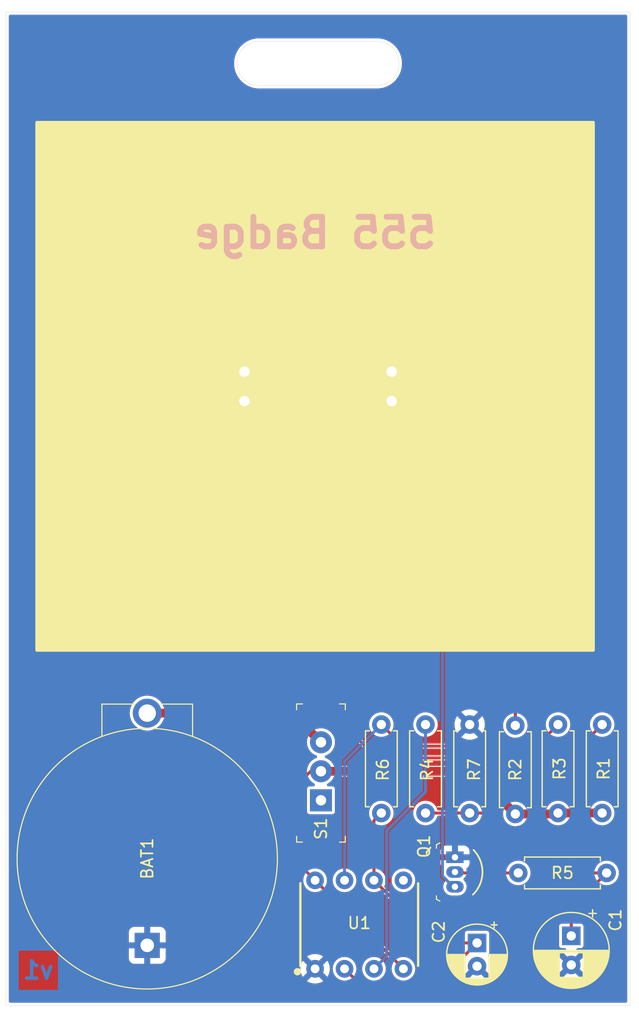
<source format=kicad_pcb>
(kicad_pcb (version 20211014) (generator pcbnew)
  (title_block (title "555 Badge") (rev "V1") (comment 2 "License: CC by 4.0") (comment 3 "Author: Glenn Lopez"))
  (layers (0 "F.Cu" signal) (31 "B.Cu" signal) (34 "B.Paste" user) (35 "F.Paste" user) (36 "B.SilkS" user "B.Silkscreen") (37 "F.SilkS" user "F.Silkscreen") (38 "B.Mask" user) (39 "F.Mask" user) (44 "Edge.Cuts" user))
  (net 0 "")
  (net 1 "GND")
  (net 2 "Net-(BAT1-PadPos)")
  (net 3 "Net-(C1-Pad1)")
  (net 4 "Net-(U1-Pad2)")
  (net 5 "Net-(D1-Pad1)")
  (net 6 "Net-(D1-Pad2)")
  (net 7 "Net-(D2-Pad2)")
  (net 8 "Net-(Q1-Pad2)")
  (net 9 "VCC")
  (net 10 "Net-(R3-Pad2)")
  (net 11 "Net-(R4-Pad1)")
  (footprint "Capacitor_THT:CP_Radial_D6.3mm_P2.50mm" (layer "F.Cu") (at 175.768 120.991621 -90)
    (fp_text reference "C1" (at -1.357621 -3.81 90) (layer "F.SilkS"))
    (fp_text value "100uF")
    (fp_line (start 2.451 -3.002) (end 2.451 -1.04) (layer "F.SilkS") (width 0.12))
    (fp_line (start 2.131 1.04) (end 2.131 3.11) (layer "F.SilkS") (width 0.12))
    (fp_line (start 4.411 -0.802) (end 4.411 0.802) (layer "F.SilkS") (width 0.12))
    (fp_line (start 2.651 -2.916) (end 2.651 -1.04) (layer "F.SilkS") (width 0.12))
    (fp_line (start 3.451 -2.38) (end 3.451 -1.04) (layer "F.SilkS") (width 0.12))
    (fp_line (start 1.93 1.04) (end 1.93 3.159) (layer "F.SilkS") (width 0.12))
    (fp_line (start 3.771 -2.044) (end 3.771 2.044) (layer "F.SilkS") (width 0.12))
    (fp_line (start 2.691 1.04) (end 2.691 2.896) (layer "F.SilkS") (width 0.12))
    (fp_line (start 3.051 1.04) (end 3.051 2.69) (layer "F.SilkS") (width 0.12))
    (fp_line (start 1.65 1.04) (end 1.65 3.206) (layer "F.SilkS") (width 0.12))
    (fp_line (start 2.411 1.04) (end 2.411 3.018) (layer "F.SilkS") (width 0.12))
    (fp_line (start 3.691 -2.137) (end 3.691 2.137) (layer "F.SilkS") (width 0.12))
    (fp_line (start 3.211 1.04) (end 3.211 2.578) (layer "F.SilkS") (width 0.12))
    (fp_line (start 4.331 -1.059) (end 4.331 1.059) (layer "F.SilkS") (width 0.12))
    (fp_line (start 1.85 1.04) (end 1.85 3.175) (layer "F.SilkS") (width 0.12))
    (fp_line (start 4.251 -1.262) (end 4.251 1.262) (layer "F.SilkS") (width 0.12))
    (fp_line (start 2.971 1.04) (end 2.971 2.742) (layer "F.SilkS") (width 0.12))
    (fp_line (start 1.93 -3.159) (end 1.93 -1.04) (layer "F.SilkS") (width 0.12))
    (fp_line (start 2.931 -2.766) (end 2.931 -1.04) (layer "F.SilkS") (width 0.12))
    (fp_line (start 2.371 1.04) (end 2.371 3.033) (layer "F.SilkS") (width 0.12))
    (fp_line (start 2.131 -3.11) (end 2.131 -1.04) (layer "F.SilkS") (width 0.12))
    (fp_line (start 3.371 1.04) (end 3.371 2.45) (layer "F.SilkS") (width 0.12))
    (fp_line (start 4.451 -0.633) (end 4.451 0.633) (layer "F.SilkS") (width 0.12))
    (fp_line (start 2.571 -2.952) (end 2.571 -1.04) (layer "F.SilkS") (width 0.12))
    (fp_line (start 3.531 1.04) (end 3.531 2.305) (layer "F.SilkS") (width 0.12))
    (fp_line (start 2.211 -3.086) (end 2.211 -1.04) (layer "F.SilkS") (width 0.12))
    (fp_line (start 1.61 -3.211) (end 1.61 -1.04) (layer "F.SilkS") (width 0.12))
    (fp_line (start 3.451 1.04) (end 3.451 2.38) (layer "F.SilkS") (width 0.12))
    (fp_line (start 3.011 -2.716) (end 3.011 -1.04) (layer "F.SilkS") (width 0.12))
    (fp_line (start 2.491 -2.986) (end 2.491 -1.04) (layer "F.SilkS") (width 0.12))
    (fp_line (start 2.331 1.04) (end 2.331 3.047) (layer "F.SilkS") (width 0.12))
    (fp_line (start 2.331 -3.047) (end 2.331 -1.04) (layer "F.SilkS") (width 0.12))
    (fp_line (start 1.81 1.04) (end 1.81 3.182) (layer "F.SilkS") (width 0.12))
    (fp_line (start 3.331 -2.484) (end 3.331 -1.04) (layer "F.SilkS") (width 0.12))
    (fp_line (start 1.49 -3.222) (end 1.49 -1.04) (layer "F.SilkS") (width 0.12))
    (fp_line (start 1.971 1.04) (end 1.971 3.15) (layer "F.SilkS") (width 0.12))
    (fp_line (start 2.891 -2.79) (end 2.891 -1.04) (layer "F.SilkS") (width 0.12))
    (fp_line (start 1.69 -3.201) (end 1.69 -1.04) (layer "F.SilkS") (width 0.12))
    (fp_line (start 3.251 -2.548) (end 3.251 -1.04) (layer "F.SilkS") (width 0.12))
    (fp_line (start 3.011 1.04) (end 3.011 2.716) (layer "F.SilkS") (width 0.12))
    (fp_line (start 1.73 -3.195) (end 1.73 -1.04) (layer "F.SilkS") (width 0.12))
    (fp_line (start -1.935241 -2.154) (end -1.935241 -1.524) (layer "F.SilkS") (width 0.12))
    (fp_line (start 3.091 1.04) (end 3.091 2.664) (layer "F.SilkS") (width 0.12))
    (fp_line (start 1.73 1.04) (end 1.73 3.195) (layer "F.SilkS") (width 0.12))
    (fp_line (start 2.451 1.04) (end 2.451 3.002) (layer "F.SilkS") (width 0.12))
    (fp_line (start 4.011 -1.714) (end 4.011 1.714) (layer "F.SilkS") (width 0.12))
    (fp_line (start 3.891 -1.89) (end 3.891 1.89) (layer "F.SilkS") (width 0.12))
    (fp_line (start 3.131 1.04) (end 3.131 2.636) (layer "F.SilkS") (width 0.12))
    (fp_line (start 1.29 -3.23) (end 1.29 3.23) (layer "F.SilkS") (width 0.12))
    (fp_line (start 1.45 -3.224) (end 1.45 3.224) (layer "F.SilkS") (width 0.12))
    (fp_line (start 2.211 1.04) (end 2.211 3.086) (layer "F.SilkS") (width 0.12))
    (fp_line (start 2.571 1.04) (end 2.571 2.952) (layer "F.SilkS") (width 0.12))
    (fp_line (start 2.171 1.04) (end 2.171 3.098) (layer "F.SilkS") (width 0.12))
    (fp_line (start 3.411 1.04) (end 3.411 2.416) (layer "F.SilkS") (width 0.12))
    (fp_line (start 1.33 -3.23) (end 1.33 3.23) (layer "F.SilkS") (width 0.12))
    (fp_line (start 3.651 -2.182) (end 3.651 2.182) (layer "F.SilkS") (width 0.12))
    (fp_line (start 4.051 -1.65) (end 4.051 1.65) (layer "F.SilkS") (width 0.12))
    (fp_line (start 1.57 -3.215) (end 1.57 -1.04) (layer "F.SilkS") (width 0.12))
    (fp_line (start 2.371 -3.033) (end 2.371 -1.04) (layer "F.SilkS") (width 0.12))
    (fp_line (start 2.531 -2.97) (end 2.531 -1.04) (layer "F.SilkS") (width 0.12))
    (fp_line (start 3.291 1.04) (end 3.291 2.516) (layer "F.SilkS") (width 0.12))
    (fp_line (start 3.811 -1.995) (end 3.811 1.995) (layer "F.SilkS") (width 0.12))
    (fp_line (start 1.53 -3.218) (end 1.53 -1.04) (layer "F.SilkS") (width 0.12))
    (fp_line (start 1.61 1.04) (end 1.61 3.211) (layer "F.SilkS") (width 0.12))
    (fp_line (start 2.171 -3.098) (end 2.171 -1.04) (layer "F.SilkS") (width 0.12))
    (fp_line (start 3.971 -1.776) (end 3.971 1.776) (layer "F.SilkS") (width 0.12))
    (fp_line (start 3.171 -2.607) (end 3.171 -1.04) (layer "F.SilkS") (width 0.12))
    (fp_line (start 4.211 -1.35) (end 4.211 1.35) (layer "F.SilkS") (width 0.12))
    (fp_line (start 2.731 -2.876) (end 2.731 -1.04) (layer "F.SilkS") (width 0.12))
    (fp_line (start 3.491 -2.343) (end 3.491 -1.04) (layer "F.SilkS") (width 0.12))
    (fp_line (start 2.291 1.04) (end 2.291 3.061) (layer "F.SilkS") (width 0.12))
    (fp_line (start 2.011 -3.141) (end 2.011 -1.04) (layer "F.SilkS") (width 0.12))
    (fp_line (start 1.971 -3.15) (end 1.971 -1.04) (layer "F.SilkS") (width 0.12))
    (fp_line (start 4.371 -0.94) (end 4.371 0.94) (layer "F.SilkS") (width 0.12))
    (fp_line (start 1.49 1.04) (end 1.49 3.222) (layer "F.SilkS") (width 0.12))
    (fp_line (start 2.931 1.04) (end 2.931 2.766) (layer "F.SilkS") (width 0.12))
    (fp_line (start 2.971 -2.742) (end 2.971 -1.04) (layer "F.SilkS") (width 0.12))
    (fp_line (start 3.411 -2.416) (end 3.411 -1.04) (layer "F.SilkS") (width 0.12))
    (fp_line (start 2.491 1.04) (end 2.491 2.986) (layer "F.SilkS") (width 0.12))
    (fp_line (start 2.051 -3.131) (end 2.051 -1.04) (layer "F.SilkS") (width 0.12))
    (fp_line (start 2.091 1.04) (end 2.091 3.121) (layer "F.SilkS") (width 0.12))
    (fp_line (start 3.531 -2.305) (end 3.531 -1.04) (layer "F.SilkS") (width 0.12))
    (fp_line (start 2.691 -2.896) (end 2.691 -1.04) (layer "F.SilkS") (width 0.12))
    (fp_line (start 2.811 1.04) (end 2.811 2.834) (layer "F.SilkS") (width 0.12))
    (fp_line (start 3.331 1.04) (end 3.331 2.484) (layer "F.SilkS") (width 0.12))
    (fp_line (start 2.891 1.04) (end 2.891 2.79) (layer "F.SilkS") (width 0.12))
    (fp_line (start 3.211 -2.578) (end 3.211 -1.04) (layer "F.SilkS") (width 0.12))
    (fp_line (start 3.931 -1.834) (end 3.931 1.834) (layer "F.SilkS") (width 0.12))
    (fp_line (start 1.41 -3.227) (end 1.41 3.227) (layer "F.SilkS") (width 0.12))
    (fp_line (start 1.53 1.04) (end 1.53 3.218) (layer "F.SilkS") (width 0.12))
    (fp_line (start 2.251 1.04) (end 2.251 3.074) (layer "F.SilkS") (width 0.12))
    (fp_line (start 1.77 1.04) (end 1.77 3.189) (layer "F.SilkS") (width 0.12))
    (fp_line (start 2.531 1.04) (end 2.531 2.97) (layer "F.SilkS") (width 0.12))
    (fp_line (start 3.251 1.04) (end 3.251 2.548) (layer "F.SilkS") (width 0.12))
    (fp_line (start 1.77 -3.189) (end 1.77 -1.04) (layer "F.SilkS") (width 0.12))
    (fp_line (start 2.291 -3.061) (end 2.291 -1.04) (layer "F.SilkS") (width 0.12))
    (fp_line (start 3.731 -2.092) (end 3.731 2.092) (layer "F.SilkS") (width 0.12))
    (fp_line (start 2.771 -2.856) (end 2.771 -1.04) (layer "F.SilkS") (width 0.12))
    (fp_line (start 3.131 -2.636) (end 3.131 -1.04) (layer "F.SilkS") (width 0.12))
    (fp_line (start 2.811 -2.834) (end 2.811 -1.04) (layer "F.SilkS") (width 0.12))
    (fp_line (start -2.250241 -1.839) (end -1.620241 -1.839) (layer "F.SilkS") (width 0.12))
    (fp_line (start 2.771 1.04) (end 2.771 2.856) (layer "F.SilkS") (width 0.12))
    (fp_line (start 1.65 -3.206) (end 1.65 -1.04) (layer "F.SilkS") (width 0.12))
    (fp_line (start 3.051 -2.69) (end 3.051 -1.04) (layer "F.SilkS") (width 0.12))
    (fp_line (start 2.011 1.04) (end 2.011 3.141) (layer "F.SilkS") (width 0.12))
    (fp_line (start 1.89 1.04) (end 1.89 3.167) (layer "F.SilkS") (width 0.12))
    (fp_line (start 2.651 1.04) (end 2.651 2.916) (layer "F.SilkS") (width 0.12))
    (fp_line (start 3.571 -2.265) (end 3.571 2.265) (layer "F.SilkS") (width 0.12))
    (fp_line (start 1.69 1.04) (end 1.69 3.201) (layer "F.SilkS") (width 0.12))
    (fp_line (start 1.57 1.04) (end 1.57 3.215) (layer "F.SilkS") (width 0.12))
    (fp_line (start 1.81 -3.182) (end 1.81 -1.04) (layer "F.SilkS") (width 0.12))
    (fp_line (start 3.491 1.04) (end 3.491 2.343) (layer "F.SilkS") (width 0.12))
    (fp_line (start 3.091 -2.664) (end 3.091 -1.04) (layer "F.SilkS") (width 0.12))
    (fp_line (start 3.371 -2.45) (end 3.371 -1.04) (layer "F.SilkS") (width 0.12))
    (fp_line (start 1.89 -3.167) (end 1.89 -1.04) (layer "F.SilkS") (width 0.12))
    (fp_line (start 3.171 1.04) (end 3.171 2.607) (layer "F.SilkS") (width 0.12))
    (fp_line (start 2.611 1.04) (end 2.611 2.934) (layer "F.SilkS") (width 0.12))
    (fp_line (start 2.251 -3.074) (end 2.251 -1.04) (layer "F.SilkS") (width 0.12))
    (fp_line (start 4.131 -1.509) (end 4.131 1.509) (layer "F.SilkS") (width 0.12))
    (fp_line (start 3.291 -2.516) (end 3.291 -1.04) (layer "F.SilkS") (width 0.12))
    (fp_line (start 1.37 -3.228) (end 1.37 3.228) (layer "F.SilkS") (width 0.12))
    (fp_line (start 4.491 -0.402) (end 4.491 0.402) (layer "F.SilkS") (width 0.12))
    (fp_line (start 2.731 1.04) (end 2.731 2.876) (layer "F.SilkS") (width 0.12))
    (fp_line (start 2.051 1.04) (end 2.051 3.131) (layer "F.SilkS") (width 0.12))
    (fp_line (start 1.85 -3.175) (end 1.85 -1.04) (layer "F.SilkS") (width 0.12))
    (fp_line (start 2.611 -2.934) (end 2.611 -1.04) (layer "F.SilkS") (width 0.12))
    (fp_line (start 4.171 -1.432) (end 4.171 1.432) (layer "F.SilkS") (width 0.12))
    (fp_line (start 2.411 -3.018) (end 2.411 -1.04) (layer "F.SilkS") (width 0.12))
    (fp_line (start 4.291 -1.165) (end 4.291 1.165) (layer "F.SilkS") (width 0.12))
    (fp_line (start 2.851 1.04) (end 2.851 2.812) (layer "F.SilkS") (width 0.12))
    (fp_line (start 1.25 -3.23) (end 1.25 3.23) (layer "F.SilkS") (width 0.12))
    (fp_line (start 3.851 -1.944) (end 3.851 1.944) (layer "F.SilkS") (width 0.12))
    (fp_line (start 3.611 -2.224) (end 3.611 2.224) (layer "F.SilkS") (width 0.12))
    (fp_line (start 2.091 -3.121) (end 2.091 -1.04) (layer "F.SilkS") (width 0.12))
    (fp_line (start 4.091 -1.581) (end 4.091 1.581) (layer "F.SilkS") (width 0.12))
    (fp_line (start 2.851 -2.812) (end 2.851 -1.04) (layer "F.SilkS") (width 0.12))
    (fp_circle (center 1.25 0) (end 4.52 0) (layer "F.SilkS") (width 0.12) (fill none))
    (pad "1" thru_hole rect (at 0 0 270) (size 1.6 1.6) (drill 0.8) (layers *.Cu *.Mask) (net 3 "Net-(C1-Pad1)"))
    (pad "2" thru_hole circle (at 2.5 0 270) (size 1.6 1.6) (drill 0.8) (layers *.Cu *.Mask) (net 1 "GND"))
  )
  (footprint "digikey-footprints:Battery_Holder_Coin_2032_BS-7" (layer "F.Cu") (at 139.192 121.8057 90)
    (fp_text reference "BAT1" (at 7.4676 0 90) (layer "F.SilkS"))
    (fp_text value "BS-7")
    (fp_line (start 20.7772 3.9116) (end 20.7772 1.0668) (layer "F.SilkS") (width 0.1))
    (fp_line (start 18.034 3.9116) (end 20.7772 3.9116) (layer "F.SilkS") (width 0.1))
    (fp_line (start 20.7772 -3.9116) (end 20.7772 -1.0668) (layer "F.SilkS") (width 0.1))
    (fp_line (start 18.034 -3.9116) (end 20.7772 -3.9116) (layer "F.SilkS") (width 0.1))
    (fp_circle (center 7.4676 0) (end -3.7592 0) (layer "F.SilkS") (width 0.1) (fill none))
    (pad "Neg" thru_hole rect locked (at 0 0 90) (size 2.17 2.17) (drill 1.17) (layers *.Cu *.Mask) (net 1 "GND"))
    (pad "Pos" thru_hole circle locked (at 20 0 90) (size 2.5 2.5) (drill 1.5) (layers *.Cu *.Mask) (net 2 "Net-(BAT1-PadPos)"))
  )
  (footprint "digikey-footprints:Switch_Slide_11.6x4mm_EG1218" (layer "F.Cu") (at 154.178 109.314 90)
    (fp_text reference "S1" (at -2.446 0 90) (layer "F.SilkS"))
    (fp_text value "EG1218")
    (fp_line (start -3.6 -2.1) (end -3.1 -2.1) (layer "F.SilkS") (width 0.1))
    (fp_line (start 8.3 -2.1) (end 8.3 -1.6) (layer "F.SilkS") (width 0.1))
    (fp_line (start -3.6 -2.1) (end -3.6 -1.6) (layer "F.SilkS") (width 0.1))
    (fp_line (start 8.3 2.1) (end 7.8 2.1) (layer "F.SilkS") (width 0.1))
    (fp_line (start 8.3 -2.1) (end 7.8 -2.1) (layer "F.SilkS") (width 0.1))
    (fp_line (start 8.3 2.1) (end 8.3 1.6) (layer "F.SilkS") (width 0.1))
    (fp_line (start -3.6 2.1) (end -3.1 2.1) (layer "F.SilkS") (width 0.1))
    (fp_line (start -3.6 2.1) (end -3.6 1.6) (layer "F.SilkS") (width 0.1))
    (pad "1" thru_hole rect locked (at 0 0 90) (size 1.9 1.9) (drill 0.9) (layers *.Cu *.Mask))
    (pad "2" thru_hole circle locked (at 2.5 0 90) (size 1.9 1.9) (drill 0.9) (layers *.Cu *.Mask) (net 9 "VCC"))
    (pad "3" thru_hole circle locked (at 5 0 90) (size 1.9 1.9) (drill 0.9) (layers *.Cu *.Mask) (net 2 "Net-(BAT1-PadPos)"))
  )
  (footprint "digikey-footprints:TO-92-3" (layer "F.Cu") (at 165.735 114.22 -90)
    (fp_text reference "Q1" (at -0.936 2.667 90) (layer "F.SilkS"))
    (fp_text value "2N3904")
    (fp_line (start 3.62 1.6) (end 3.77 1.3) (layer "F.SilkS") (width 0.1))
    (fp_line (start 3.62 1.6) (end 3.32 1.6) (layer "F.SilkS") (width 0.1))
    (fp_line (start -1.08 1.6) (end -1.23 1.3) (layer "F.SilkS") (width 0.1))
    (fp_line (start -0.78 1.6) (end -1.08 1.6) (layer "F.SilkS") (width 0.1))
    (fp_arc (start -0.63 -1.6) (mid 1.305355 -2.372361) (end 3.22 -1.55) (layer "F.SilkS") (width 0.15))
    (pad "1" thru_hole rect locked (at 0 0 90) (size 1 1.5) (drill 0.55) (layers *.Cu *.Mask) (net 1 "GND"))
    (pad "2" thru_hole oval locked (at 1.27 0 90) (size 1 1.5) (drill 0.55) (layers *.Cu *.Mask) (net 8 "Net-(Q1-Pad2)"))
    (pad "3" thru_hole oval locked (at 2.54 0 90) (size 1 1.5) (drill 0.55) (layers *.Cu *.Mask) (net 5 "Net-(D1-Pad1)"))
  )
  (footprint "Resistor_THT:R_Axial_DIN0207_L6.3mm_D2.5mm_P7.62mm_Horizontal" (layer "F.Cu") (at 170.942 102.87 -90)
    (fp_text reference "R2" (at 3.81 0 -270) (layer "F.SilkS"))
    (fp_text value "100")
    (fp_line (start 0.54 -1.04) (end 0.54 -1.37) (layer "F.SilkS") (width 0.12))
    (fp_line (start 7.08 -1.37) (end 7.08 -1.04) (layer "F.SilkS") (width 0.12))
    (fp_line (start 0.54 1.37) (end 7.08 1.37) (layer "F.SilkS") (width 0.12))
    (fp_line (start 0.54 -1.37) (end 7.08 -1.37) (layer "F.SilkS") (width 0.12))
    (fp_line (start 0.54 1.04) (end 0.54 1.37) (layer "F.SilkS") (width 0.12))
    (fp_line (start 7.08 1.37) (end 7.08 1.04) (layer "F.SilkS") (width 0.12))
    (pad "1" thru_hole circle (at 0 0 270) (size 1.6 1.6) (drill 0.8) (layers *.Cu *.Mask) (net 7 "Net-(D2-Pad2)"))
    (pad "2" thru_hole oval (at 7.62 0 270) (size 1.6 1.6) (drill 0.8) (layers *.Cu *.Mask) (net 9 "VCC"))
  )
  (footprint "555_Badge:ICM7555-PDIP" (layer "F.Cu") (at 157.48 120.015)
    (fp_text reference "U1" (at 0 -0.127 unlocked) (layer "F.SilkS"))
    (fp_text value "7555")
    (fp_line (start 5.08 3.556) (end 5.08 -3.556) (layer "F.SilkS") (width 0.2032))
    (fp_line (start -5.08 3.556) (end -5.08 -3.556) (layer "F.SilkS") (width 0.2032))
    (fp_circle (center -5.334 4.064) (end -5.08 4.064) (layer "F.SilkS") (width 0.12) (fill solid))
    (pad "1" thru_hole circle (at -3.81 3.81) (size 1.524 1.524) (drill 0.762) (layers *.Cu *.Mask) (net 1 "GND"))
    (pad "2" thru_hole circle (at -1.27 3.81) (size 1.524 1.524) (drill 0.762) (layers *.Cu *.Mask) (net 4 "Net-(U1-Pad2)"))
    (pad "3" thru_hole circle (at 1.27 3.81 90) (size 1.524 1.524) (drill 0.762) (layers *.Cu *.Mask) (net 11 "Net-(R4-Pad1)"))
    (pad "4" thru_hole circle (at 3.81 3.81 90) (size 1.524 1.524) (drill 0.762) (layers *.Cu *.Mask) (net 9 "VCC"))
    (pad "5" thru_hole circle (at 3.81 -3.81 90) (size 1.524 1.524) (drill 0.762) (layers *.Cu *.Mask))
    (pad "6" thru_hole circle (at 1.27 -3.81 90) (size 1.524 1.524) (drill 0.762) (layers *.Cu *.Mask) (net 4 "Net-(U1-Pad2)"))
    (pad "7" thru_hole circle (at -1.27 -3.81 90) (size 1.524 1.524) (drill 0.762) (layers *.Cu *.Mask) (net 10 "Net-(R3-Pad2)"))
    (pad "8" thru_hole circle (at -3.81 -3.81 90) (size 1.524 1.524) (drill 0.762) (layers *.Cu *.Mask) (net 9 "VCC"))
  )
  (footprint "LED_THT:LED_D3.0mm" (layer "F.Cu") (at 147.574 74.93 90)
    (fp_text reference "D1" (at 4.572 0 180) (layer "F.SilkS"))
    (fp_text value "RED")
    (fp_line (start -0.29 1.08) (end -0.29 1.236) (layer "F.SilkS") (width 0.12))
    (fp_line (start -0.29 -1.236) (end -0.29 -1.08) (layer "F.SilkS") (width 0.12))
    (fp_arc (start 2.942335 1.078608) (mid 1.366487 1.987659) (end -0.29 1.235516) (layer "F.SilkS") (width 0.12))
    (fp_arc (start -0.29 -1.235516) (mid 1.366487 -1.987659) (end 2.942335 -1.078608) (layer "F.SilkS") (width 0.12))
    (fp_arc (start 2.31113 1.079837) (mid 1.270117 1.5) (end 0.229039 1.08) (layer "F.SilkS") (width 0.12))
    (fp_arc (start 0.229039 -1.08) (mid 1.270117 -1.5) (end 2.31113 -1.079837) (layer "F.SilkS") (width 0.12))
    (pad "1" thru_hole rect (at 0 0 90) (size 1.8 1.8) (drill 0.9) (layers *.Cu *.Mask) (net 5 "Net-(D1-Pad1)"))
    (pad "2" thru_hole circle (at 2.54 0 90) (size 1.8 1.8) (drill 0.9) (layers *.Cu *.Mask) (net 6 "Net-(D1-Pad2)"))
  )
  (footprint "Capacitor_THT:CP_Radial_D5.0mm_P2.00mm" (layer "F.Cu") (at 167.64 121.599888 -90)
    (fp_text reference "C2" (at -0.949888 3.302 90) (layer "F.SilkS"))
    (fp_text value "10uF")
    (fp_line (start 1.6 -2.511) (end 1.6 -1.04) (layer "F.SilkS") (width 0.12))
    (fp_line (start 2.761 -1.901) (end 2.761 -1.04) (layer "F.SilkS") (width 0.12))
    (fp_line (start 2.441 -2.149) (end 2.441 -1.04) (layer "F.SilkS") (width 0.12))
    (fp_line (start 1.04 1.04) (end 1.04 2.58) (layer "F.SilkS") (width 0.12))
    (fp_line (start 1.52 -2.528) (end 1.52 -1.04) (layer "F.SilkS") (width 0.12))
    (fp_line (start 2.601 1.04) (end 2.601 2.035) (layer "F.SilkS") (width 0.12))
    (fp_line (start 3.161 -1.443) (end 3.161 1.443) (layer "F.SilkS") (width 0.12))
    (fp_line (start 3.121 -1.5) (end 3.121 1.5) (layer "F.SilkS") (width 0.12))
    (fp_line (start 3.001 1.04) (end 3.001 1.653) (layer "F.SilkS") (width 0.12))
    (fp_line (start 2.561 -2.065) (end 2.561 -1.04) (layer "F.SilkS") (width 0.12))
    (fp_line (start 2.921 -1.743) (end 2.921 -1.04) (layer "F.SilkS") (width 0.12))
    (fp_line (start 2.521 1.04) (end 2.521 2.095) (layer "F.SilkS") (width 0.12))
    (fp_line (start 2.761 1.04) (end 2.761 1.901) (layer "F.SilkS") (width 0.12))
    (fp_line (start 2.881 1.04) (end 2.881 1.785) (layer "F.SilkS") (width 0.12))
    (fp_line (start 2.001 1.04) (end 2.001 2.382) (layer "F.SilkS") (width 0.12))
    (fp_line (start 1.04 -2.58) (end 1.04 -1.04) (layer "F.SilkS") (width 0.12))
    (fp_line (start 1.801 1.04) (end 1.801 2.455) (layer "F.SilkS") (width 0.12))
    (fp_line (start 1.841 -2.442) (end 1.841 -1.04) (layer "F.SilkS") (width 0.12))
    (fp_line (start 3.001 -1.653) (end 3.001 -1.04) (layer "F.SilkS") (width 0.12))
    (fp_line (start 2.121 -2.329) (end 2.121 -1.04) (layer "F.SilkS") (width 0.12))
    (fp_line (start 1.841 1.04) (end 1.841 2.442) (layer "F.SilkS") (width 0.12))
    (fp_line (start 1.24 -2.569) (end 1.24 -1.04) (layer "F.SilkS") (width 0.12))
    (fp_line (start 1 1.04) (end 1 2.58) (layer "F.SilkS") (width 0.12))
    (fp_line (start 2.321 1.04) (end 2.321 2.224) (layer "F.SilkS") (width 0.12))
    (fp_line (start 2.481 1.04) (end 2.481 2.122) (layer "F.SilkS") (width 0.12))
    (fp_line (start 2.081 -2.348) (end 2.081 -1.04) (layer "F.SilkS") (width 0.12))
    (fp_line (start 3.481 -0.805) (end 3.481 0.805) (layer "F.SilkS") (width 0.12))
    (fp_line (start 1.24 1.04) (end 1.24 2.569) (layer "F.SilkS") (width 0.12))
    (fp_line (start 3.521 -0.677) (end 3.521 0.677) (layer "F.SilkS") (width 0.12))
    (fp_line (start 1.56 1.04) (end 1.56 2.52) (layer "F.SilkS") (width 0.12))
    (fp_line (start 1.2 1.04) (end 1.2 2.573) (layer "F.SilkS") (width 0.12))
    (fp_line (start 1.68 -2.491) (end 1.68 -1.04) (layer "F.SilkS") (width 0.12))
    (fp_line (start 2.481 -2.122) (end 2.481 -1.04) (layer "F.SilkS") (width 0.12))
    (fp_line (start 1.6 1.04) (end 1.6 2.511) (layer "F.SilkS") (width 0.12))
    (fp_line (start 2.001 -2.382) (end 2.001 -1.04) (layer "F.SilkS") (width 0.12))
    (fp_line (start 2.201 1.04) (end 2.201 2.29) (layer "F.SilkS") (width 0.12))
    (fp_line (start 1.721 1.04) (end 1.721 2.48) (layer "F.SilkS") (width 0.12))
    (fp_line (start 1.4 -2.55) (end 1.4 -1.04) (layer "F.SilkS") (width 0.12))
    (fp_line (start 3.401 -1.011) (end 3.401 1.011) (layer "F.SilkS") (width 0.12))
    (fp_line (start 1.32 -2.561) (end 1.32 -1.04) (layer "F.SilkS") (width 0.12))
    (fp_line (start 2.721 -1.937) (end 2.721 -1.04) (layer "F.SilkS") (width 0.12))
    (fp_line (start 2.961 -1.699) (end 2.961 -1.04) (layer "F.SilkS") (width 0.12))
    (fp_line (start 1.64 1.04) (end 1.64 2.501) (layer "F.SilkS") (width 0.12))
    (fp_line (start 3.281 -1.251) (end 3.281 1.251) (layer "F.SilkS") (width 0.12))
    (fp_line (start 3.601 -0.284) (end 3.601 0.284) (layer "F.SilkS") (width 0.12))
    (fp_line (start 1.36 -2.556) (end 1.36 -1.04) (layer "F.SilkS") (width 0.12))
    (fp_line (start 1.44 -2.543) (end 1.44 -1.04) (layer "F.SilkS") (width 0.12))
    (fp_line (start 2.681 -1.971) (end 2.681 -1.04) (layer "F.SilkS") (width 0.12))
    (fp_line (start 2.281 1.04) (end 2.281 2.247) (layer "F.SilkS") (width 0.12))
    (fp_line (start 1.68 1.04) (end 1.68 2.491) (layer "F.SilkS") (width 0.12))
    (fp_line (start 3.241 -1.319) (end 3.241 1.319) (layer "F.SilkS") (width 0.12))
    (fp_line (start 1 -2.58) (end 1 -1.04) (layer "F.SilkS") (width 0.12))
    (fp_line (start 2.161 1.04) (end 2.161 2.31) (layer "F.SilkS") (width 0.12))
    (fp_line (start 2.041 1.04) (end 2.041 2.365) (layer "F.SilkS") (width 0.12))
    (fp_line (start 2.281 -2.247) (end 2.281 -1.04) (layer "F.SilkS") (width 0.12))
    (fp_line (start 2.161 -2.31) (end 2.161 -1.04) (layer "F.SilkS") (width 0.12))
    (fp_line (start 2.881 -1.785) (end 2.881 -1.04) (layer "F.SilkS") (width 0.12))
    (fp_line (start 1.64 -2.501) (end 1.64 -1.04) (layer "F.SilkS") (width 0.12))
    (fp_line (start 1.56 -2.52) (end 1.56 -1.04) (layer "F.SilkS") (width 0.12))
    (fp_line (start 2.801 1.04) (end 2.801 1.864) (layer "F.SilkS") (width 0.12))
    (fp_line (start 2.241 1.04) (end 2.241 2.268) (layer "F.SilkS") (width 0.12))
    (fp_line (start 1.961 -2.398) (end 1.961 -1.04) (layer "F.SilkS") (width 0.12))
    (fp_line (start -1.554775 -1.725) (end -1.554775 -1.225) (layer "F.SilkS") (width 0.12))
    (fp_line (start 2.681 1.04) (end 2.681 1.971) (layer "F.SilkS") (width 0.12))
    (fp_line (start 2.081 1.04) (end 2.081 2.348) (layer "F.SilkS") (width 0.12))
    (fp_line (start 3.361 -1.098) (end 3.361 1.098) (layer "F.SilkS") (width 0.12))
    (fp_line (start 2.361 1.04) (end 2.361 2.2) (layer "F.SilkS") (width 0.12))
    (fp_line (start 1.4 1.04) (end 1.4 2.55) (layer "F.SilkS") (width 0.12))
    (fp_line (start 2.641 -2.004) (end 2.641 -1.04) (layer "F.SilkS") (width 0.12))
    (fp_line (start 1.44 1.04) (end 1.44 2.543) (layer "F.SilkS") (width 0.12))
    (fp_line (start 1.2 -2.573) (end 1.2 -1.04) (layer "F.SilkS") (width 0.12))
    (fp_line (start 3.321 -1.178) (end 3.321 1.178) (layer "F.SilkS") (width 0.12))
    (fp_line (start 1.721 -2.48) (end 1.721 -1.04) (layer "F.SilkS") (width 0.12))
    (fp_line (start 2.601 -2.035) (end 2.601 -1.04) (layer "F.SilkS") (width 0.12))
    (fp_line (start 2.561 1.04) (end 2.561 2.065) (layer "F.SilkS") (width 0.12))
    (fp_line (start 1.48 1.04) (end 1.48 2.536) (layer "F.SilkS") (width 0.12))
    (fp_line (start 1.801 -2.455) (end 1.801 -1.04) (layer "F.SilkS") (width 0.12))
    (fp_line (start 2.521 -2.095) (end 2.521 -1.04) (layer "F.SilkS") (width 0.12))
    (fp_line (start 1.761 1.04) (end 1.761 2.468) (layer "F.SilkS") (width 0.12))
    (fp_line (start 2.321 -2.224) (end 2.321 -1.04) (layer "F.SilkS") (width 0.12))
    (fp_line (start 1.881 1.04) (end 1.881 2.428) (layer "F.SilkS") (width 0.12))
    (fp_line (start 1.921 1.04) (end 1.921 2.414) (layer "F.SilkS") (width 0.12))
    (fp_line (start 3.081 -1.554) (end 3.081 1.554) (layer "F.SilkS") (width 0.12))
    (fp_line (start 2.801 -1.864) (end 2.801 -1.04) (layer "F.SilkS") (width 0.12))
    (fp_line (start 2.921 1.04) (end 2.921 1.743) (layer "F.SilkS") (width 0.12))
    (fp_line (start 2.641 1.04) (end 2.641 2.004) (layer "F.SilkS") (width 0.12))
    (fp_line (start 2.401 -2.175) (end 2.401 -1.04) (layer "F.SilkS") (width 0.12))
    (fp_line (start 1.28 -2.565) (end 1.28 -1.04) (layer "F.SilkS") (width 0.12))
    (fp_line (start 3.041 -1.605) (end 3.041 1.605) (layer "F.SilkS") (width 0.12))
    (fp_line (start 3.441 -0.915) (end 3.441 0.915) (layer "F.SilkS") (width 0.12))
    (fp_line (start 1.16 1.04) (end 1.16 2.576) (layer "F.SilkS") (width 0.12))
    (fp_line (start 3.201 -1.383) (end 3.201 1.383) (layer "F.SilkS") (width 0.12))
    (fp_line (start 3.561 -0.518) (end 3.561 0.518) (layer "F.SilkS") (width 0.12))
    (fp_line (start 1.48 -2.536) (end 1.48 -1.04) (layer "F.SilkS") (width 0.12))
    (fp_line (start 2.041 -2.365) (end 2.041 -1.04) (layer "F.SilkS") (width 0.12))
    (fp_line (start 2.721 1.04) (end 2.721 1.937) (layer "F.SilkS") (width 0.12))
    (fp_line (start 1.12 1.04) (end 1.12 2.578) (layer "F.SilkS") (width 0.12))
    (fp_line (start 2.201 -2.29) (end 2.201 -1.04) (layer "F.SilkS") (width 0.12))
    (fp_line (start 2.841 1.04) (end 2.841 1.826) (layer "F.SilkS") (width 0.12))
    (fp_line (start 2.961 1.04) (end 2.961 1.699) (layer "F.SilkS") (width 0.12))
    (fp_line (start 1.961 1.04) (end 1.961 2.398) (layer "F.SilkS") (width 0.12))
    (fp_line (start 2.841 -1.826) (end 2.841 -1.04) (layer "F.SilkS") (width 0.12))
    (fp_line (start 2.241 -2.268) (end 2.241 -1.04) (layer "F.SilkS") (width 0.12))
    (fp_line (start 1.16 -2.576) (end 1.16 -1.04) (layer "F.SilkS") (width 0.12))
    (fp_line (start 1.28 1.04) (end 1.28 2.565) (layer "F.SilkS") (width 0.12))
    (fp_line (start 2.121 1.04) (end 2.121 2.329) (layer "F.SilkS") (width 0.12))
    (fp_line (start 1.921 -2.414) (end 1.921 -1.04) (layer "F.SilkS") (width 0.12))
    (fp_line (start -1.804775 -1.475) (end -1.304775 -1.475) (layer "F.SilkS") (width 0.12))
    (fp_line (start 1.52 1.04) (end 1.52 2.528) (layer "F.SilkS") (width 0.12))
    (fp_line (start 2.441 1.04) (end 2.441 2.149) (layer "F.SilkS") (width 0.12))
    (fp_line (start 1.12 -2.578) (end 1.12 -1.04) (layer "F.SilkS") (width 0.12))
    (fp_line (start 2.361 -2.2) (end 2.361 -1.04) (layer "F.SilkS") (width 0.12))
    (fp_line (start 1.08 1.04) (end 1.08 2.579) (layer "F.SilkS") (width 0.12))
    (fp_line (start 1.36 1.04) (end 1.36 2.556) (layer "F.SilkS") (width 0.12))
    (fp_line (start 1.881 -2.428) (end 1.881 -1.04) (layer "F.SilkS") (width 0.12))
    (fp_line (start 1.32 1.04) (end 1.32 2.561) (layer "F.SilkS") (width 0.12))
    (fp_line (start 1.08 -2.579) (end 1.08 -1.04) (layer "F.SilkS") (width 0.12))
    (fp_line (start 2.401 1.04) (end 2.401 2.175) (layer "F.SilkS") (width 0.12))
    (fp_line (start 1.761 -2.468) (end 1.761 -1.04) (layer "F.SilkS") (width 0.12))
    (fp_circle (center 1 0) (end 3.62 0) (layer "F.SilkS") (width 0.12) (fill none))
    (pad "1" thru_hole rect (at 0 0 270) (size 1.6 1.6) (drill 0.8) (layers *.Cu *.Mask) (net 4 "Net-(U1-Pad2)"))
    (pad "2" thru_hole circle (at 2 0 270) (size 1.6 1.6) (drill 0.8) (layers *.Cu *.Mask) (net 1 "GND"))
  )
  (footprint "Resistor_THT:R_Axial_DIN0207_L6.3mm_D2.5mm_P7.62mm_Horizontal" (layer "F.Cu") (at 171.196 115.57)
    (fp_text reference "R5" (at 3.81 0) (layer "F.SilkS"))
    (fp_text value "10k")
    (fp_line (start 7.08 1.37) (end 7.08 1.04) (layer "F.SilkS") (width 0.12))
    (fp_line (start 7.08 -1.37) (end 7.08 -1.04) (layer "F.SilkS") (width 0.12))
    (fp_line (start 0.54 1.04) (end 0.54 1.37) (layer "F.SilkS") (width 0.12))
    (fp_line (start 0.54 -1.04) (end 0.54 -1.37) (layer "F.SilkS") (width 0.12))
    (fp_line (start 0.54 -1.37) (end 7.08 -1.37) (layer "F.SilkS") (width 0.12))
    (fp_line (start 0.54 1.37) (end 7.08 1.37) (layer "F.SilkS") (width 0.12))
    (pad "1" thru_hole circle (at 0 0) (size 1.6 1.6) (drill 0.8) (layers *.Cu *.Mask) (net 8 "Net-(Q1-Pad2)"))
    (pad "2" thru_hole oval (at 7.62 0) (size 1.6 1.6) (drill 0.8) (layers *.Cu *.Mask) (net 3 "Net-(C1-Pad1)"))
  )
  (footprint "Resistor_THT:R_Axial_DIN0207_L6.3mm_D2.5mm_P7.62mm_Horizontal" (layer "F.Cu") (at 167.005 102.79 -90)
    (fp_text reference "R7" (at 3.89 -0.381 90) (layer "F.SilkS"))
    (fp_text value "100k")
    (fp_line (start 7.08 1.37) (end 7.08 1.04) (layer "F.SilkS") (width 0.12))
    (fp_line (start 7.08 -1.37) (end 7.08 -1.04) (layer "F.SilkS") (width 0.12))
    (fp_line (start 0.54 1.37) (end 7.08 1.37) (layer "F.SilkS") (width 0.12))
    (fp_line (start 0.54 -1.37) (end 7.08 -1.37) (layer "F.SilkS") (width 0.12))
    (fp_line (start 0.54 -1.04) (end 0.54 -1.37) (layer "F.SilkS") (width 0.12))
    (fp_line (start 0.54 1.04) (end 0.54 1.37) (layer "F.SilkS") (width 0.12))
    (pad "1" thru_hole circle (at 0 0 270) (size 1.6 1.6) (drill 0.8) (layers *.Cu *.Mask) (net 1 "GND"))
    (pad "2" thru_hole oval (at 7.62 0 270) (size 1.6 1.6) (drill 0.8) (layers *.Cu *.Mask) (net 3 "Net-(C1-Pad1)"))
  )
  (footprint "Resistor_THT:R_Axial_DIN0207_L6.3mm_D2.5mm_P7.62mm_Horizontal" (layer "F.Cu") (at 178.435 102.79 -90)
    (fp_text reference "R1" (at 3.81 -0.127 90) (layer "F.SilkS"))
    (fp_text value "100")
    (fp_line (start 7.08 -1.37) (end 7.08 -1.04) (layer "F.SilkS") (width 0.12))
    (fp_line (start 0.54 -1.37) (end 7.08 -1.37) (layer "F.SilkS") (width 0.12))
    (fp_line (start 0.54 1.37) (end 7.08 1.37) (layer "F.SilkS") (width 0.12))
    (fp_line (start 0.54 1.04) (end 0.54 1.37) (layer "F.SilkS") (width 0.12))
    (fp_line (start 7.08 1.37) (end 7.08 1.04) (layer "F.SilkS") (width 0.12))
    (fp_line (start 0.54 -1.04) (end 0.54 -1.37) (layer "F.SilkS") (width 0.12))
    (pad "1" thru_hole circle (at 0 0 270) (size 1.6 1.6) (drill 0.8) (layers *.Cu *.Mask) (net 6 "Net-(D1-Pad2)"))
    (pad "2" thru_hole oval (at 7.62 0 270) (size 1.6 1.6) (drill 0.8) (layers *.Cu *.Mask) (net 9 "VCC"))
  )
  (footprint "Resistor_THT:R_Axial_DIN0207_L6.3mm_D2.5mm_P7.62mm_Horizontal" (layer "F.Cu") (at 159.385 102.79 -90)
    (fp_text reference "R6" (at 3.89 -0.127 90) (layer "F.SilkS"))
    (fp_text value "330k")
    (fp_line (start 0.54 1.04) (end 0.54 1.37) (layer "F.SilkS") (width 0.12))
    (fp_line (start 0.54 -1.37) (end 7.08 -1.37) (layer "F.SilkS") (width 0.12))
    (fp_line (start 7.08 -1.37) (end 7.08 -1.04) (layer "F.SilkS") (width 0.12))
    (fp_line (start 7.08 1.37) (end 7.08 1.04) (layer "F.SilkS") (width 0.12))
    (fp_line (start 0.54 1.37) (end 7.08 1.37) (layer "F.SilkS") (width 0.12))
    (fp_line (start 0.54 -1.04) (end 0.54 -1.37) (layer "F.SilkS") (width 0.12))
    (pad "1" thru_hole circle (at 0 0 270) (size 1.6 1.6) (drill 0.8) (layers *.Cu *.Mask) (net 10 "Net-(R3-Pad2)"))
    (pad "2" thru_hole oval (at 7.62 0 270) (size 1.6 1.6) (drill 0.8) (layers *.Cu *.Mask) (net 4 "Net-(U1-Pad2)"))
  )
  (footprint "LED_THT:LED_D3.0mm" (layer "F.Cu") (at 160.274 74.93 90)
    (fp_text reference "D2" (at 4.572 -0.254 180) (layer "F.SilkS"))
    (fp_text value "RED")
    (fp_line (start -0.29 1.08) (end -0.29 1.236) (layer "F.SilkS") (width 0.12))
    (fp_line (start -0.29 -1.236) (end -0.29 -1.08) (layer "F.SilkS") (width 0.12))
    (fp_arc (start 2.942335 1.078608) (mid 1.366487 1.987659) (end -0.29 1.235516) (layer "F.SilkS") (width 0.12))
    (fp_arc (start -0.29 -1.235516) (mid 1.366487 -1.987659) (end 2.942335 -1.078608) (layer "F.SilkS") (width 0.12))
    (fp_arc (start 0.229039 -1.08) (mid 1.270117 -1.5) (end 2.31113 -1.079837) (layer "F.SilkS") (width 0.12))
    (fp_arc (start 2.31113 1.079837) (mid 1.270117 1.5) (end 0.229039 1.08) (layer "F.SilkS") (width 0.12))
    (pad "1" thru_hole rect (at 0 0 90) (size 1.8 1.8) (drill 0.9) (layers *.Cu *.Mask) (net 5 "Net-(D1-Pad1)"))
    (pad "2" thru_hole circle (at 2.54 0 90) (size 1.8 1.8) (drill 0.9) (layers *.Cu *.Mask) (net 7 "Net-(D2-Pad2)"))
  )
  (footprint "Resistor_THT:R_Axial_DIN0207_L6.3mm_D2.5mm_P7.62mm_Horizontal" (layer "F.Cu") (at 174.625 110.41 90)
    (fp_text reference "R3" (at 3.81 0.127 90) (layer "F.SilkS"))
    (fp_text value "22k")
    (fp_line (start 0.54 1.37) (end 7.08 1.37) (layer "F.SilkS") (width 0.12))
    (fp_line (start 7.08 -1.37) (end 7.08 -1.04) (layer "F.SilkS") (width 0.12))
    (fp_line (start 0.54 -1.37) (end 7.08 -1.37) (layer "F.SilkS") (width 0.12))
    (fp_line (start 0.54 -1.04) (end 0.54 -1.37) (layer "F.SilkS") (width 0.12))
    (fp_line (start 7.08 1.37) (end 7.08 1.04) (layer "F.SilkS") (width 0.12))
    (fp_line (start 0.54 1.04) (end 0.54 1.37) (layer "F.SilkS") (width 0.12))
    (pad "1" thru_hole circle (at 0 0 90) (size 1.6 1.6) (drill 0.8) (layers *.Cu *.Mask) (net 9 "VCC"))
    (pad "2" thru_hole oval (at 7.62 0 90) (size 1.6 1.6) (drill 0.8) (layers *.Cu *.Mask) (net 10 "Net-(R3-Pad2)"))
  )
  (footprint "Resistor_THT:R_Axial_DIN0207_L6.3mm_D2.5mm_P7.62mm_Horizontal" (layer "F.Cu") (at 163.195 102.79 -90)
    (fp_text reference "R4" (at 3.89 -0.127 90) (layer "F.SilkS"))
    (fp_text value "22k")
    (fp_line (start 7.08 1.37) (end 7.08 1.04) (layer "F.SilkS") (width 0.12))
    (fp_line (start 0.54 -1.37) (end 7.08 -1.37) (layer "F.SilkS") (width 0.12))
    (fp_line (start 0.54 -1.04) (end 0.54 -1.37) (layer "F.SilkS") (width 0.12))
    (fp_line (start 0.54 1.37) (end 7.08 1.37) (layer "F.SilkS") (width 0.12))
    (fp_line (start 7.08 -1.37) (end 7.08 -1.04) (layer "F.SilkS") (width 0.12))
    (fp_line (start 0.54 1.04) (end 0.54 1.37) (layer "F.SilkS") (width 0.12))
    (pad "1" thru_hole circle (at 0 0 270) (size 1.6 1.6) (drill 0.8) (layers *.Cu *.Mask) (net 11 "Net-(R4-Pad1)"))
    (pad "2" thru_hole oval (at 7.62 0 270) (size 1.6 1.6) (drill 0.8) (layers *.Cu *.Mask) (net 3 "Net-(C1-Pad1)"))
  )
  (gr_arc (start 159.004 43.942) (mid 160.909 45.847) (end 159.004 47.752) (layer "Edge.Cuts") (width 0.0254))
  (gr_line (start 148.844 43.942) (end 159.004 43.942) (layer "Edge.Cuts") (width 0.0254))
  (gr_line (start 127 127) (end 180.848 127) (layer "Edge.Cuts") (width 0.0254))
  (gr_line (start 127 41.402) (end 127 127) (layer "Edge.Cuts") (width 0.0254))
  (gr_line (start 127 41.402) (end 180.848 41.402) (layer "Edge.Cuts") (width 0.0254))
  (gr_line (start 180.848 127) (end 180.848 41.402) (layer "Edge.Cuts") (width 0.0254))
  (gr_line (start 148.844 47.752) (end 159.004 47.752) (layer "Edge.Cuts") (width 0.0254))
  (gr_arc (start 148.844 47.752) (mid 146.939 45.847) (end 148.844 43.942) (layer "Edge.Cuts") (width 0.0254))
  (gr_text "v1" (at 129.794 123.952) (layer "B.Cu") (effects (font (size 1.5 1.5) (thickness 0.3)) (justify mirror)))
  (gr_text "555 Badge" (at 153.67 60.452) (layer "B.SilkS") (effects (font (size 2.54 2.54) (thickness 0.508)) (justify mirror)))
  (segment (start 151.6697 101.8057) (end 154.178 104.314) (width 0.762) (layer "F.Cu") (net 2))
  (segment (start 139.192 101.8057) (end 151.6697 101.8057) (width 0.762) (layer "F.Cu") (net 2))
  (segment (start 175.768 120.991621) (end 175.768 118.618) (width 0.254) (layer "F.Cu") (net 3))
  (segment (start 163.195 110.41) (end 167.005 110.41) (width 0.254) (layer "F.Cu") (net 3))
  (segment (start 168.576 110.41) (end 173.736 115.57) (width 0.254) (layer "F.Cu") (net 3))
  (segment (start 167.005 110.41) (end 168.576 110.41) (width 0.254) (layer "F.Cu") (net 3))
  (segment (start 173.736 115.57) (end 178.816 115.57) (width 0.254) (layer "F.Cu") (net 3))
  (segment (start 175.768 118.618) (end 178.816 115.57) (width 0.254) (layer "F.Cu") (net 3))
  (segment (start 156.21 123.825) (end 158.115 125.73) (width 0.254) (layer "F.Cu") (net 4))
  (segment (start 158.115 125.73) (end 163.509888 125.73) (width 0.254) (layer "F.Cu") (net 4))
  (segment (start 163.509888 125.73) (end 167.64 121.599888) (width 0.254) (layer "F.Cu") (net 4))
  (segment (start 158.75 116.205) (end 164.144888 121.599888) (width 0.254) (layer "F.Cu") (net 4))
  (segment (start 158.75 116.205) (end 158.75 111.045) (width 0.254) (layer "F.Cu") (net 4))
  (segment (start 158.75 111.045) (end 159.385 110.41) (width 0.254) (layer "F.Cu") (net 4))
  (segment (start 164.144888 121.599888) (end 167.64 121.599888) (width 0.254) (layer "F.Cu") (net 4))
  (segment (start 147.574 74.93) (end 160.274 74.93) (width 0.254) (layer "F.Cu") (net 5))
  (segment (start 164.65848 79.31448) (end 164.65848 115.832355) (width 0.254) (layer "B.Cu") (net 5))
  (segment (start 160.274 74.93) (end 164.65848 79.31448) (width 0.254) (layer "B.Cu") (net 5))
  (segment (start 164.65848 115.832355) (end 165.586125 116.76) (width 0.254) (layer "B.Cu") (net 5))
  (segment (start 165.586125 116.76) (end 165.735 116.76) (width 0.254) (layer "B.Cu") (net 5))
  (segment (start 146.347489 93.007489) (end 146.347489 73.616511) (width 0.254) (layer "F.Cu") (net 6))
  (segment (start 148.035 72.39) (end 147.574 72.39) (width 0.254) (layer "F.Cu") (net 6))
  (segment (start 159.004 105.664) (end 146.347489 93.007489) (width 0.254) (layer "F.Cu") (net 6))
  (segment (start 146.347489 73.616511) (end 147.574 72.39) (width 0.254) (layer "F.Cu") (net 6))
  (segment (start 175.561 105.664) (end 159.004 105.664) (width 0.254) (layer "F.Cu") (net 6))
  (segment (start 178.435 102.79) (end 175.561 105.664) (width 0.254) (layer "F.Cu") (net 6))
  (segment (start 170.942 83.058) (end 160.274 72.39) (width 0.254) (layer "F.Cu") (net 7))
  (segment (start 170.942 102.87) (end 170.942 83.058) (width 0.254) (layer "F.Cu") (net 7))
  (segment (start 165.815 115.57) (end 165.735 115.49) (width 0.254) (layer "F.Cu") (net 8))
  (segment (start 171.196 115.57) (end 165.815 115.57) (width 0.254) (layer "F.Cu") (net 8))
  (segment (start 154.178 106.814) (end 153.282 106.814) (width 0.254) (layer "F.Cu") (net 9))
  (segment (start 154.178 106.814) (end 167.266 106.814) (width 0.762) (layer "F.Cu") (net 9))
  (segment (start 152.146 114.681) (end 153.67 116.205) (width 0.254) (layer "F.Cu") (net 9))
  (segment (start 153.282 106.814) (end 152.146 107.95) (width 0.254) (layer "F.Cu") (net 9))
  (segment (start 174.545 110.49) (end 174.625 110.41) (width 0.762) (layer "F.Cu") (net 9))
  (segment (start 170.942 110.49) (end 174.545 110.49) (width 0.762) (layer "F.Cu") (net 9))
  (segment (start 153.67 116.205) (end 161.29 123.825) (width 0.254) (layer "F.Cu") (net 9))
  (segment (start 152.146 107.95) (end 152.146 114.681) (width 0.254) (layer "F.Cu") (net 9))
  (segment (start 178.435 110.41) (end 174.625 110.41) (width 0.762) (layer "F.Cu") (net 9))
  (segment (start 167.266 106.814) (end 170.942 110.49) (width 0.762) (layer "F.Cu") (net 9))
  (segment (start 161.243 104.648) (end 159.385 102.79) (width 0.254) (layer "F.Cu") (net 10))
  (segment (start 172.767 104.648) (end 161.243 104.648) (width 0.254) (layer "F.Cu") (net 10))
  (segment (start 174.625 102.79) (end 172.767 104.648) (width 0.254) (layer "F.Cu") (net 10))
  (segment (start 156.21 105.965) (end 159.385 102.79) (width 0.254) (layer "B.Cu") (net 10))
  (segment (start 156.21 116.205) (end 156.21 105.965) (width 0.254) (layer "B.Cu") (net 10))
  (segment (start 159.838511 111.941489) (end 163.195 108.585) (width 0.254) (layer "B.Cu") (net 11))
  (segment (start 163.195 108.585) (end 163.195 102.79) (width 0.254) (layer "B.Cu") (net 11))
  (segment (start 158.75 123.825) (end 159.838511 122.736489) (width 0.254) (layer "B.Cu") (net 11))
  (segment (start 159.838511 122.736489) (end 159.838511 111.941489) (width 0.254) (layer "B.Cu") (net 11))
  (zone (net 1) (net_name "GND") (layer "F.Cu") (connect_pads (clearance 0.254)) (min_thickness 0.254) (fill yes (thermal_gap 0.508) (thermal_bridge_width 0.508))
    (polygon (pts (xy 181.61 40.894) (xy 181.356 127.508) (xy 126.492 127.508) (xy 126.492 40.64)))
  )
  (zone (net 1) (net_name "GND") (layer "B.Cu") (connect_pads (clearance 0.254)) (min_thickness 0.254) (fill yes (thermal_gap 0.508) (thermal_bridge_width 0.508))
    (polygon (pts (xy 181.61 40.64) (xy 181.61 128.27) (xy 126.492 128.016) (xy 126.492 40.386)))
  )
  (zone (net 0) (net_name "") (layer "F.SilkS") (connect_pads (clearance 0.508)) (min_thickness 0.254) (fill yes (thermal_gap 0.508) (thermal_bridge_width 0.508))
    (polygon (pts (xy 177.8 96.52) (xy 129.54 96.52) (xy 129.54 50.8) (xy 177.8 50.8)))
  )
)
</source>
